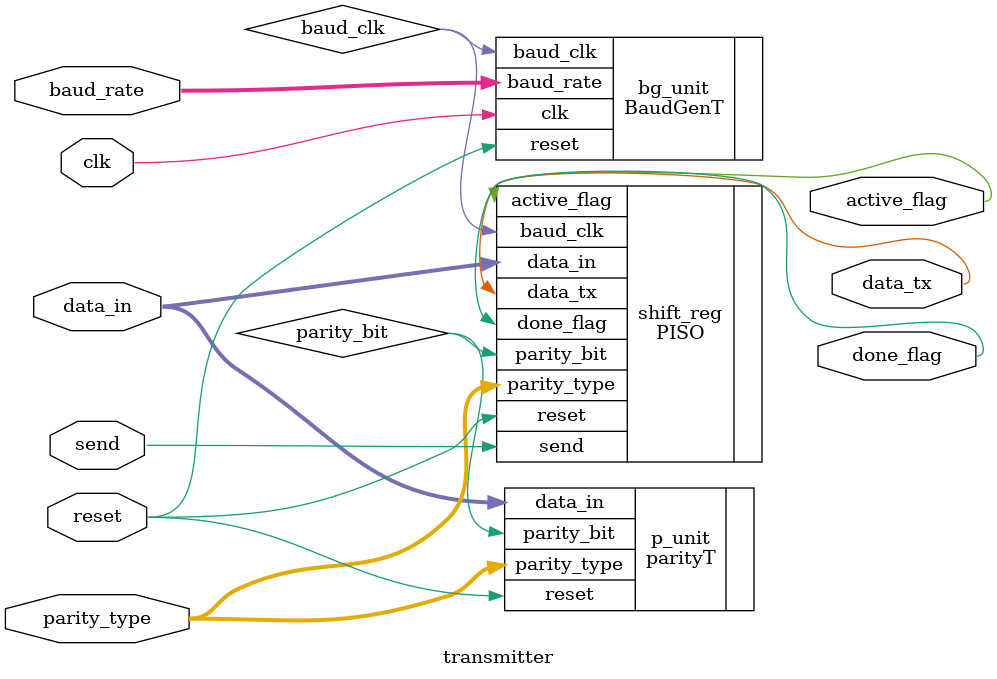
<source format=v>
module transmitter(
input reset,
input send,
input clk,
input [1:0] parity_type,
input [1:0] baud_rate,
input [7:0] data_in,

output data_tx,
output active_flag,
output done_flag
);

wire parity_bit;
wire baud_clk;

BaudGenT bg_unit(
.reset(reset),
.clk(clk),
.baud_rate(baud_rate),

.baud_clk(baud_clk)
);

parityT p_unit(
.reset(reset),
.data_in(data_in),
.parity_type(parity_type),

.parity_bit(parity_bit)
);

PISO shift_reg(
.reset(reset),
.send(send),
.baud_clk(baud_clk),
.data_in(data_in),
.parity_type(parity_type),
.parity_bit(parity_bit),

.data_tx(data_tx),
.active_flag(active_flag),
.done_flag(done_flag) 
);

endmodule

</source>
